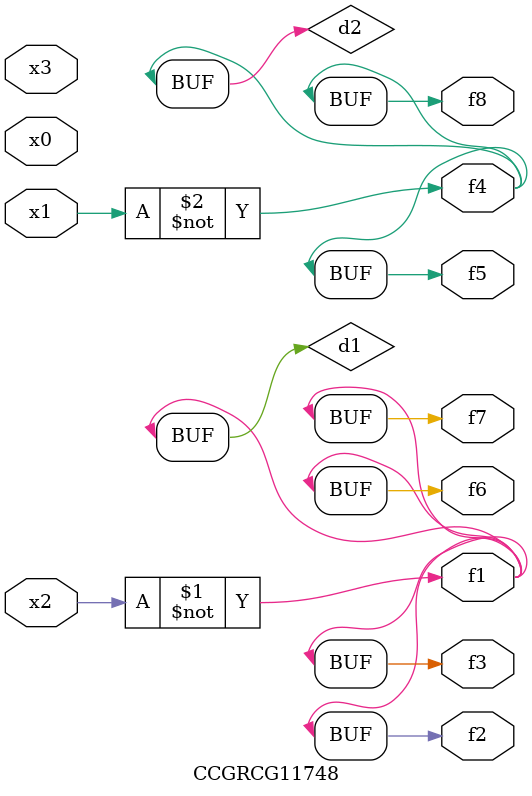
<source format=v>
module CCGRCG11748(
	input x0, x1, x2, x3,
	output f1, f2, f3, f4, f5, f6, f7, f8
);

	wire d1, d2;

	xnor (d1, x2);
	not (d2, x1);
	assign f1 = d1;
	assign f2 = d1;
	assign f3 = d1;
	assign f4 = d2;
	assign f5 = d2;
	assign f6 = d1;
	assign f7 = d1;
	assign f8 = d2;
endmodule

</source>
